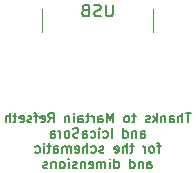
<source format=gbr>
%TF.GenerationSoftware,KiCad,Pcbnew,(6.0.9)*%
%TF.CreationDate,2022-11-22T21:50:02-05:00*%
%TF.ProjectId,011,3031312e-6b69-4636-9164-5f7063625858,rev?*%
%TF.SameCoordinates,Original*%
%TF.FileFunction,Legend,Bot*%
%TF.FilePolarity,Positive*%
%FSLAX46Y46*%
G04 Gerber Fmt 4.6, Leading zero omitted, Abs format (unit mm)*
G04 Created by KiCad (PCBNEW (6.0.9)) date 2022-11-22 21:50:02*
%MOMM*%
%LPD*%
G01*
G04 APERTURE LIST*
%ADD10C,0.150000*%
%ADD11C,0.120000*%
G04 APERTURE END LIST*
D10*
X127792761Y-64177904D02*
X127335619Y-64177904D01*
X127564190Y-64977904D02*
X127564190Y-64177904D01*
X127068952Y-64977904D02*
X127068952Y-64177904D01*
X126726095Y-64977904D02*
X126726095Y-64558857D01*
X126764190Y-64482666D01*
X126840380Y-64444571D01*
X126954666Y-64444571D01*
X127030857Y-64482666D01*
X127068952Y-64520761D01*
X126002285Y-64977904D02*
X126002285Y-64558857D01*
X126040380Y-64482666D01*
X126116571Y-64444571D01*
X126268952Y-64444571D01*
X126345142Y-64482666D01*
X126002285Y-64939809D02*
X126078476Y-64977904D01*
X126268952Y-64977904D01*
X126345142Y-64939809D01*
X126383238Y-64863619D01*
X126383238Y-64787428D01*
X126345142Y-64711238D01*
X126268952Y-64673142D01*
X126078476Y-64673142D01*
X126002285Y-64635047D01*
X125621333Y-64444571D02*
X125621333Y-64977904D01*
X125621333Y-64520761D02*
X125583238Y-64482666D01*
X125507047Y-64444571D01*
X125392761Y-64444571D01*
X125316571Y-64482666D01*
X125278476Y-64558857D01*
X125278476Y-64977904D01*
X124897523Y-64977904D02*
X124897523Y-64177904D01*
X124821333Y-64673142D02*
X124592761Y-64977904D01*
X124592761Y-64444571D02*
X124897523Y-64749333D01*
X124288000Y-64939809D02*
X124211809Y-64977904D01*
X124059428Y-64977904D01*
X123983238Y-64939809D01*
X123945142Y-64863619D01*
X123945142Y-64825523D01*
X123983238Y-64749333D01*
X124059428Y-64711238D01*
X124173714Y-64711238D01*
X124249904Y-64673142D01*
X124288000Y-64596952D01*
X124288000Y-64558857D01*
X124249904Y-64482666D01*
X124173714Y-64444571D01*
X124059428Y-64444571D01*
X123983238Y-64482666D01*
X123107047Y-64444571D02*
X122802285Y-64444571D01*
X122992761Y-64177904D02*
X122992761Y-64863619D01*
X122954666Y-64939809D01*
X122878476Y-64977904D01*
X122802285Y-64977904D01*
X122421333Y-64977904D02*
X122497523Y-64939809D01*
X122535619Y-64901714D01*
X122573714Y-64825523D01*
X122573714Y-64596952D01*
X122535619Y-64520761D01*
X122497523Y-64482666D01*
X122421333Y-64444571D01*
X122307047Y-64444571D01*
X122230857Y-64482666D01*
X122192761Y-64520761D01*
X122154666Y-64596952D01*
X122154666Y-64825523D01*
X122192761Y-64901714D01*
X122230857Y-64939809D01*
X122307047Y-64977904D01*
X122421333Y-64977904D01*
X121202285Y-64977904D02*
X121202285Y-64177904D01*
X120935619Y-64749333D01*
X120668952Y-64177904D01*
X120668952Y-64977904D01*
X119945142Y-64977904D02*
X119945142Y-64558857D01*
X119983238Y-64482666D01*
X120059428Y-64444571D01*
X120211809Y-64444571D01*
X120288000Y-64482666D01*
X119945142Y-64939809D02*
X120021333Y-64977904D01*
X120211809Y-64977904D01*
X120288000Y-64939809D01*
X120326095Y-64863619D01*
X120326095Y-64787428D01*
X120288000Y-64711238D01*
X120211809Y-64673142D01*
X120021333Y-64673142D01*
X119945142Y-64635047D01*
X119564190Y-64977904D02*
X119564190Y-64444571D01*
X119564190Y-64596952D02*
X119526095Y-64520761D01*
X119488000Y-64482666D01*
X119411809Y-64444571D01*
X119335619Y-64444571D01*
X119183238Y-64444571D02*
X118878476Y-64444571D01*
X119068952Y-64177904D02*
X119068952Y-64863619D01*
X119030857Y-64939809D01*
X118954666Y-64977904D01*
X118878476Y-64977904D01*
X118268952Y-64977904D02*
X118268952Y-64558857D01*
X118307047Y-64482666D01*
X118383238Y-64444571D01*
X118535619Y-64444571D01*
X118611809Y-64482666D01*
X118268952Y-64939809D02*
X118345142Y-64977904D01*
X118535619Y-64977904D01*
X118611809Y-64939809D01*
X118649904Y-64863619D01*
X118649904Y-64787428D01*
X118611809Y-64711238D01*
X118535619Y-64673142D01*
X118345142Y-64673142D01*
X118268952Y-64635047D01*
X117888000Y-64977904D02*
X117888000Y-64444571D01*
X117888000Y-64177904D02*
X117926095Y-64216000D01*
X117888000Y-64254095D01*
X117849904Y-64216000D01*
X117888000Y-64177904D01*
X117888000Y-64254095D01*
X117507047Y-64444571D02*
X117507047Y-64977904D01*
X117507047Y-64520761D02*
X117468952Y-64482666D01*
X117392761Y-64444571D01*
X117278476Y-64444571D01*
X117202285Y-64482666D01*
X117164190Y-64558857D01*
X117164190Y-64977904D01*
X115716571Y-64977904D02*
X115983238Y-64596952D01*
X116173714Y-64977904D02*
X116173714Y-64177904D01*
X115868952Y-64177904D01*
X115792761Y-64216000D01*
X115754666Y-64254095D01*
X115716571Y-64330285D01*
X115716571Y-64444571D01*
X115754666Y-64520761D01*
X115792761Y-64558857D01*
X115868952Y-64596952D01*
X116173714Y-64596952D01*
X115068952Y-64939809D02*
X115145142Y-64977904D01*
X115297523Y-64977904D01*
X115373714Y-64939809D01*
X115411809Y-64863619D01*
X115411809Y-64558857D01*
X115373714Y-64482666D01*
X115297523Y-64444571D01*
X115145142Y-64444571D01*
X115068952Y-64482666D01*
X115030857Y-64558857D01*
X115030857Y-64635047D01*
X115411809Y-64711238D01*
X114802285Y-64444571D02*
X114497523Y-64444571D01*
X114688000Y-64977904D02*
X114688000Y-64292190D01*
X114649904Y-64216000D01*
X114573714Y-64177904D01*
X114497523Y-64177904D01*
X114268952Y-64939809D02*
X114192761Y-64977904D01*
X114040380Y-64977904D01*
X113964190Y-64939809D01*
X113926095Y-64863619D01*
X113926095Y-64825523D01*
X113964190Y-64749333D01*
X114040380Y-64711238D01*
X114154666Y-64711238D01*
X114230857Y-64673142D01*
X114268952Y-64596952D01*
X114268952Y-64558857D01*
X114230857Y-64482666D01*
X114154666Y-64444571D01*
X114040380Y-64444571D01*
X113964190Y-64482666D01*
X113278476Y-64939809D02*
X113354666Y-64977904D01*
X113507047Y-64977904D01*
X113583238Y-64939809D01*
X113621333Y-64863619D01*
X113621333Y-64558857D01*
X113583238Y-64482666D01*
X113507047Y-64444571D01*
X113354666Y-64444571D01*
X113278476Y-64482666D01*
X113240380Y-64558857D01*
X113240380Y-64635047D01*
X113621333Y-64711238D01*
X113011809Y-64444571D02*
X112707047Y-64444571D01*
X112897523Y-64177904D02*
X112897523Y-64863619D01*
X112859428Y-64939809D01*
X112783238Y-64977904D01*
X112707047Y-64977904D01*
X112440380Y-64977904D02*
X112440380Y-64177904D01*
X112097523Y-64977904D02*
X112097523Y-64558857D01*
X112135619Y-64482666D01*
X112211809Y-64444571D01*
X112326095Y-64444571D01*
X112402285Y-64482666D01*
X112440380Y-64520761D01*
X123526095Y-66265904D02*
X123526095Y-65846857D01*
X123564190Y-65770666D01*
X123640380Y-65732571D01*
X123792761Y-65732571D01*
X123868952Y-65770666D01*
X123526095Y-66227809D02*
X123602285Y-66265904D01*
X123792761Y-66265904D01*
X123868952Y-66227809D01*
X123907047Y-66151619D01*
X123907047Y-66075428D01*
X123868952Y-65999238D01*
X123792761Y-65961142D01*
X123602285Y-65961142D01*
X123526095Y-65923047D01*
X123145142Y-65732571D02*
X123145142Y-66265904D01*
X123145142Y-65808761D02*
X123107047Y-65770666D01*
X123030857Y-65732571D01*
X122916571Y-65732571D01*
X122840380Y-65770666D01*
X122802285Y-65846857D01*
X122802285Y-66265904D01*
X122078476Y-66265904D02*
X122078476Y-65465904D01*
X122078476Y-66227809D02*
X122154666Y-66265904D01*
X122307047Y-66265904D01*
X122383238Y-66227809D01*
X122421333Y-66189714D01*
X122459428Y-66113523D01*
X122459428Y-65884952D01*
X122421333Y-65808761D01*
X122383238Y-65770666D01*
X122307047Y-65732571D01*
X122154666Y-65732571D01*
X122078476Y-65770666D01*
X121088000Y-66265904D02*
X121088000Y-65465904D01*
X120364190Y-66227809D02*
X120440380Y-66265904D01*
X120592761Y-66265904D01*
X120668952Y-66227809D01*
X120707047Y-66189714D01*
X120745142Y-66113523D01*
X120745142Y-65884952D01*
X120707047Y-65808761D01*
X120668952Y-65770666D01*
X120592761Y-65732571D01*
X120440380Y-65732571D01*
X120364190Y-65770666D01*
X120021333Y-66265904D02*
X120021333Y-65732571D01*
X120021333Y-65465904D02*
X120059428Y-65504000D01*
X120021333Y-65542095D01*
X119983238Y-65504000D01*
X120021333Y-65465904D01*
X120021333Y-65542095D01*
X119297523Y-66227809D02*
X119373714Y-66265904D01*
X119526095Y-66265904D01*
X119602285Y-66227809D01*
X119640380Y-66189714D01*
X119678476Y-66113523D01*
X119678476Y-65884952D01*
X119640380Y-65808761D01*
X119602285Y-65770666D01*
X119526095Y-65732571D01*
X119373714Y-65732571D01*
X119297523Y-65770666D01*
X118611809Y-66265904D02*
X118611809Y-65846857D01*
X118649904Y-65770666D01*
X118726095Y-65732571D01*
X118878476Y-65732571D01*
X118954666Y-65770666D01*
X118611809Y-66227809D02*
X118688000Y-66265904D01*
X118878476Y-66265904D01*
X118954666Y-66227809D01*
X118992761Y-66151619D01*
X118992761Y-66075428D01*
X118954666Y-65999238D01*
X118878476Y-65961142D01*
X118688000Y-65961142D01*
X118611809Y-65923047D01*
X118268952Y-66227809D02*
X118154666Y-66265904D01*
X117964190Y-66265904D01*
X117888000Y-66227809D01*
X117849904Y-66189714D01*
X117811809Y-66113523D01*
X117811809Y-66037333D01*
X117849904Y-65961142D01*
X117888000Y-65923047D01*
X117964190Y-65884952D01*
X118116571Y-65846857D01*
X118192761Y-65808761D01*
X118230857Y-65770666D01*
X118268952Y-65694476D01*
X118268952Y-65618285D01*
X118230857Y-65542095D01*
X118192761Y-65504000D01*
X118116571Y-65465904D01*
X117926095Y-65465904D01*
X117811809Y-65504000D01*
X117354666Y-66265904D02*
X117430857Y-66227809D01*
X117468952Y-66189714D01*
X117507047Y-66113523D01*
X117507047Y-65884952D01*
X117468952Y-65808761D01*
X117430857Y-65770666D01*
X117354666Y-65732571D01*
X117240380Y-65732571D01*
X117164190Y-65770666D01*
X117126095Y-65808761D01*
X117088000Y-65884952D01*
X117088000Y-66113523D01*
X117126095Y-66189714D01*
X117164190Y-66227809D01*
X117240380Y-66265904D01*
X117354666Y-66265904D01*
X116745142Y-66265904D02*
X116745142Y-65732571D01*
X116745142Y-65884952D02*
X116707047Y-65808761D01*
X116668952Y-65770666D01*
X116592761Y-65732571D01*
X116516571Y-65732571D01*
X115907047Y-66265904D02*
X115907047Y-65846857D01*
X115945142Y-65770666D01*
X116021333Y-65732571D01*
X116173714Y-65732571D01*
X116249904Y-65770666D01*
X115907047Y-66227809D02*
X115983238Y-66265904D01*
X116173714Y-66265904D01*
X116249904Y-66227809D01*
X116288000Y-66151619D01*
X116288000Y-66075428D01*
X116249904Y-65999238D01*
X116173714Y-65961142D01*
X115983238Y-65961142D01*
X115907047Y-65923047D01*
X125221333Y-67020571D02*
X124916571Y-67020571D01*
X125107047Y-67553904D02*
X125107047Y-66868190D01*
X125068952Y-66792000D01*
X124992761Y-66753904D01*
X124916571Y-66753904D01*
X124535619Y-67553904D02*
X124611809Y-67515809D01*
X124649904Y-67477714D01*
X124688000Y-67401523D01*
X124688000Y-67172952D01*
X124649904Y-67096761D01*
X124611809Y-67058666D01*
X124535619Y-67020571D01*
X124421333Y-67020571D01*
X124345142Y-67058666D01*
X124307047Y-67096761D01*
X124268952Y-67172952D01*
X124268952Y-67401523D01*
X124307047Y-67477714D01*
X124345142Y-67515809D01*
X124421333Y-67553904D01*
X124535619Y-67553904D01*
X123926095Y-67553904D02*
X123926095Y-67020571D01*
X123926095Y-67172952D02*
X123888000Y-67096761D01*
X123849904Y-67058666D01*
X123773714Y-67020571D01*
X123697523Y-67020571D01*
X122935619Y-67020571D02*
X122630857Y-67020571D01*
X122821333Y-66753904D02*
X122821333Y-67439619D01*
X122783238Y-67515809D01*
X122707047Y-67553904D01*
X122630857Y-67553904D01*
X122364190Y-67553904D02*
X122364190Y-66753904D01*
X122021333Y-67553904D02*
X122021333Y-67134857D01*
X122059428Y-67058666D01*
X122135619Y-67020571D01*
X122249904Y-67020571D01*
X122326095Y-67058666D01*
X122364190Y-67096761D01*
X121335619Y-67515809D02*
X121411809Y-67553904D01*
X121564190Y-67553904D01*
X121640380Y-67515809D01*
X121678476Y-67439619D01*
X121678476Y-67134857D01*
X121640380Y-67058666D01*
X121564190Y-67020571D01*
X121411809Y-67020571D01*
X121335619Y-67058666D01*
X121297523Y-67134857D01*
X121297523Y-67211047D01*
X121678476Y-67287238D01*
X120383238Y-67515809D02*
X120307047Y-67553904D01*
X120154666Y-67553904D01*
X120078476Y-67515809D01*
X120040380Y-67439619D01*
X120040380Y-67401523D01*
X120078476Y-67325333D01*
X120154666Y-67287238D01*
X120268952Y-67287238D01*
X120345142Y-67249142D01*
X120383238Y-67172952D01*
X120383238Y-67134857D01*
X120345142Y-67058666D01*
X120268952Y-67020571D01*
X120154666Y-67020571D01*
X120078476Y-67058666D01*
X119354666Y-67515809D02*
X119430857Y-67553904D01*
X119583238Y-67553904D01*
X119659428Y-67515809D01*
X119697523Y-67477714D01*
X119735619Y-67401523D01*
X119735619Y-67172952D01*
X119697523Y-67096761D01*
X119659428Y-67058666D01*
X119583238Y-67020571D01*
X119430857Y-67020571D01*
X119354666Y-67058666D01*
X119011809Y-67553904D02*
X119011809Y-66753904D01*
X118668952Y-67553904D02*
X118668952Y-67134857D01*
X118707047Y-67058666D01*
X118783238Y-67020571D01*
X118897523Y-67020571D01*
X118973714Y-67058666D01*
X119011809Y-67096761D01*
X117983238Y-67515809D02*
X118059428Y-67553904D01*
X118211809Y-67553904D01*
X118288000Y-67515809D01*
X118326095Y-67439619D01*
X118326095Y-67134857D01*
X118288000Y-67058666D01*
X118211809Y-67020571D01*
X118059428Y-67020571D01*
X117983238Y-67058666D01*
X117945142Y-67134857D01*
X117945142Y-67211047D01*
X118326095Y-67287238D01*
X117602285Y-67553904D02*
X117602285Y-67020571D01*
X117602285Y-67096761D02*
X117564190Y-67058666D01*
X117488000Y-67020571D01*
X117373714Y-67020571D01*
X117297523Y-67058666D01*
X117259428Y-67134857D01*
X117259428Y-67553904D01*
X117259428Y-67134857D02*
X117221333Y-67058666D01*
X117145142Y-67020571D01*
X117030857Y-67020571D01*
X116954666Y-67058666D01*
X116916571Y-67134857D01*
X116916571Y-67553904D01*
X116192761Y-67553904D02*
X116192761Y-67134857D01*
X116230857Y-67058666D01*
X116307047Y-67020571D01*
X116459428Y-67020571D01*
X116535619Y-67058666D01*
X116192761Y-67515809D02*
X116268952Y-67553904D01*
X116459428Y-67553904D01*
X116535619Y-67515809D01*
X116573714Y-67439619D01*
X116573714Y-67363428D01*
X116535619Y-67287238D01*
X116459428Y-67249142D01*
X116268952Y-67249142D01*
X116192761Y-67211047D01*
X115926095Y-67020571D02*
X115621333Y-67020571D01*
X115811809Y-66753904D02*
X115811809Y-67439619D01*
X115773714Y-67515809D01*
X115697523Y-67553904D01*
X115621333Y-67553904D01*
X115354666Y-67553904D02*
X115354666Y-67020571D01*
X115354666Y-66753904D02*
X115392761Y-66792000D01*
X115354666Y-66830095D01*
X115316571Y-66792000D01*
X115354666Y-66753904D01*
X115354666Y-66830095D01*
X114630857Y-67515809D02*
X114707047Y-67553904D01*
X114859428Y-67553904D01*
X114935619Y-67515809D01*
X114973714Y-67477714D01*
X115011809Y-67401523D01*
X115011809Y-67172952D01*
X114973714Y-67096761D01*
X114935619Y-67058666D01*
X114859428Y-67020571D01*
X114707047Y-67020571D01*
X114630857Y-67058666D01*
X124097523Y-68841904D02*
X124097523Y-68422857D01*
X124135619Y-68346666D01*
X124211809Y-68308571D01*
X124364190Y-68308571D01*
X124440380Y-68346666D01*
X124097523Y-68803809D02*
X124173714Y-68841904D01*
X124364190Y-68841904D01*
X124440380Y-68803809D01*
X124478476Y-68727619D01*
X124478476Y-68651428D01*
X124440380Y-68575238D01*
X124364190Y-68537142D01*
X124173714Y-68537142D01*
X124097523Y-68499047D01*
X123716571Y-68308571D02*
X123716571Y-68841904D01*
X123716571Y-68384761D02*
X123678476Y-68346666D01*
X123602285Y-68308571D01*
X123488000Y-68308571D01*
X123411809Y-68346666D01*
X123373714Y-68422857D01*
X123373714Y-68841904D01*
X122649904Y-68841904D02*
X122649904Y-68041904D01*
X122649904Y-68803809D02*
X122726095Y-68841904D01*
X122878476Y-68841904D01*
X122954666Y-68803809D01*
X122992761Y-68765714D01*
X123030857Y-68689523D01*
X123030857Y-68460952D01*
X122992761Y-68384761D01*
X122954666Y-68346666D01*
X122878476Y-68308571D01*
X122726095Y-68308571D01*
X122649904Y-68346666D01*
X121316571Y-68841904D02*
X121316571Y-68041904D01*
X121316571Y-68803809D02*
X121392761Y-68841904D01*
X121545142Y-68841904D01*
X121621333Y-68803809D01*
X121659428Y-68765714D01*
X121697523Y-68689523D01*
X121697523Y-68460952D01*
X121659428Y-68384761D01*
X121621333Y-68346666D01*
X121545142Y-68308571D01*
X121392761Y-68308571D01*
X121316571Y-68346666D01*
X120935619Y-68841904D02*
X120935619Y-68308571D01*
X120935619Y-68041904D02*
X120973714Y-68080000D01*
X120935619Y-68118095D01*
X120897523Y-68080000D01*
X120935619Y-68041904D01*
X120935619Y-68118095D01*
X120554666Y-68841904D02*
X120554666Y-68308571D01*
X120554666Y-68384761D02*
X120516571Y-68346666D01*
X120440380Y-68308571D01*
X120326095Y-68308571D01*
X120249904Y-68346666D01*
X120211809Y-68422857D01*
X120211809Y-68841904D01*
X120211809Y-68422857D02*
X120173714Y-68346666D01*
X120097523Y-68308571D01*
X119983238Y-68308571D01*
X119907047Y-68346666D01*
X119868952Y-68422857D01*
X119868952Y-68841904D01*
X119183238Y-68803809D02*
X119259428Y-68841904D01*
X119411809Y-68841904D01*
X119488000Y-68803809D01*
X119526095Y-68727619D01*
X119526095Y-68422857D01*
X119488000Y-68346666D01*
X119411809Y-68308571D01*
X119259428Y-68308571D01*
X119183238Y-68346666D01*
X119145142Y-68422857D01*
X119145142Y-68499047D01*
X119526095Y-68575238D01*
X118802285Y-68308571D02*
X118802285Y-68841904D01*
X118802285Y-68384761D02*
X118764190Y-68346666D01*
X118688000Y-68308571D01*
X118573714Y-68308571D01*
X118497523Y-68346666D01*
X118459428Y-68422857D01*
X118459428Y-68841904D01*
X118116571Y-68803809D02*
X118040380Y-68841904D01*
X117888000Y-68841904D01*
X117811809Y-68803809D01*
X117773714Y-68727619D01*
X117773714Y-68689523D01*
X117811809Y-68613333D01*
X117888000Y-68575238D01*
X118002285Y-68575238D01*
X118078476Y-68537142D01*
X118116571Y-68460952D01*
X118116571Y-68422857D01*
X118078476Y-68346666D01*
X118002285Y-68308571D01*
X117888000Y-68308571D01*
X117811809Y-68346666D01*
X117430857Y-68841904D02*
X117430857Y-68308571D01*
X117430857Y-68041904D02*
X117468952Y-68080000D01*
X117430857Y-68118095D01*
X117392761Y-68080000D01*
X117430857Y-68041904D01*
X117430857Y-68118095D01*
X116935619Y-68841904D02*
X117011809Y-68803809D01*
X117049904Y-68765714D01*
X117088000Y-68689523D01*
X117088000Y-68460952D01*
X117049904Y-68384761D01*
X117011809Y-68346666D01*
X116935619Y-68308571D01*
X116821333Y-68308571D01*
X116745142Y-68346666D01*
X116707047Y-68384761D01*
X116668952Y-68460952D01*
X116668952Y-68689523D01*
X116707047Y-68765714D01*
X116745142Y-68803809D01*
X116821333Y-68841904D01*
X116935619Y-68841904D01*
X116326095Y-68308571D02*
X116326095Y-68841904D01*
X116326095Y-68384761D02*
X116288000Y-68346666D01*
X116211809Y-68308571D01*
X116097523Y-68308571D01*
X116021333Y-68346666D01*
X115983238Y-68422857D01*
X115983238Y-68841904D01*
X115640380Y-68803809D02*
X115564190Y-68841904D01*
X115411809Y-68841904D01*
X115335619Y-68803809D01*
X115297523Y-68727619D01*
X115297523Y-68689523D01*
X115335619Y-68613333D01*
X115411809Y-68575238D01*
X115526095Y-68575238D01*
X115602285Y-68537142D01*
X115640380Y-68460952D01*
X115640380Y-68422857D01*
X115602285Y-68346666D01*
X115526095Y-68308571D01*
X115411809Y-68308571D01*
X115335619Y-68346666D01*
%TO.C,USB*%
X121162604Y-55014880D02*
X121162604Y-55824404D01*
X121114985Y-55919642D01*
X121067366Y-55967261D01*
X120972128Y-56014880D01*
X120781652Y-56014880D01*
X120686414Y-55967261D01*
X120638795Y-55919642D01*
X120591176Y-55824404D01*
X120591176Y-55014880D01*
X120162604Y-55967261D02*
X120019747Y-56014880D01*
X119781652Y-56014880D01*
X119686414Y-55967261D01*
X119638795Y-55919642D01*
X119591176Y-55824404D01*
X119591176Y-55729166D01*
X119638795Y-55633928D01*
X119686414Y-55586309D01*
X119781652Y-55538690D01*
X119972128Y-55491071D01*
X120067366Y-55443452D01*
X120114985Y-55395833D01*
X120162604Y-55300595D01*
X120162604Y-55205357D01*
X120114985Y-55110119D01*
X120067366Y-55062500D01*
X119972128Y-55014880D01*
X119734033Y-55014880D01*
X119591176Y-55062500D01*
X118829271Y-55491071D02*
X118686414Y-55538690D01*
X118638795Y-55586309D01*
X118591176Y-55681547D01*
X118591176Y-55824404D01*
X118638795Y-55919642D01*
X118686414Y-55967261D01*
X118781652Y-56014880D01*
X119162604Y-56014880D01*
X119162604Y-55014880D01*
X118829271Y-55014880D01*
X118734033Y-55062500D01*
X118686414Y-55110119D01*
X118638795Y-55205357D01*
X118638795Y-55300595D01*
X118686414Y-55395833D01*
X118734033Y-55443452D01*
X118829271Y-55491071D01*
X119162604Y-55491071D01*
D11*
X124604900Y-57370900D02*
X124604900Y-55370900D01*
X115204900Y-57370900D02*
X115204900Y-55370900D01*
%TD*%
M02*

</source>
